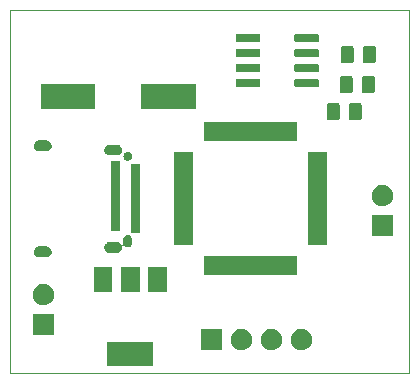
<source format=gbr>
G04 #@! TF.GenerationSoftware,KiCad,Pcbnew,5.1.5-52549c5~84~ubuntu18.04.1*
G04 #@! TF.CreationDate,2020-01-11T02:19:33-08:00*
G04 #@! TF.ProjectId,Programmer,50726f67-7261-46d6-9d65-722e6b696361,rev?*
G04 #@! TF.SameCoordinates,Original*
G04 #@! TF.FileFunction,Soldermask,Top*
G04 #@! TF.FilePolarity,Negative*
%FSLAX46Y46*%
G04 Gerber Fmt 4.6, Leading zero omitted, Abs format (unit mm)*
G04 Created by KiCad (PCBNEW 5.1.5-52549c5~84~ubuntu18.04.1) date 2020-01-11 02:19:33*
%MOMM*%
%LPD*%
G04 APERTURE LIST*
%ADD10C,0.050000*%
%ADD11C,0.100000*%
G04 APERTURE END LIST*
D10*
X115062000Y-75692000D02*
X81280000Y-75692000D01*
X115062000Y-44958000D02*
X115062000Y-75692000D01*
X81280000Y-44958000D02*
X115062000Y-44958000D01*
X81280000Y-75692000D02*
X81280000Y-44958000D01*
D11*
G36*
X93377000Y-75169000D02*
G01*
X89475000Y-75169000D01*
X89475000Y-73067000D01*
X93377000Y-73067000D01*
X93377000Y-75169000D01*
G37*
G36*
X106031512Y-72001927D02*
G01*
X106180812Y-72031624D01*
X106344784Y-72099544D01*
X106492354Y-72198147D01*
X106617853Y-72323646D01*
X106716456Y-72471216D01*
X106784376Y-72635188D01*
X106819000Y-72809259D01*
X106819000Y-72986741D01*
X106784376Y-73160812D01*
X106716456Y-73324784D01*
X106617853Y-73472354D01*
X106492354Y-73597853D01*
X106344784Y-73696456D01*
X106180812Y-73764376D01*
X106031512Y-73794073D01*
X106006742Y-73799000D01*
X105829258Y-73799000D01*
X105804488Y-73794073D01*
X105655188Y-73764376D01*
X105491216Y-73696456D01*
X105343646Y-73597853D01*
X105218147Y-73472354D01*
X105119544Y-73324784D01*
X105051624Y-73160812D01*
X105017000Y-72986741D01*
X105017000Y-72809259D01*
X105051624Y-72635188D01*
X105119544Y-72471216D01*
X105218147Y-72323646D01*
X105343646Y-72198147D01*
X105491216Y-72099544D01*
X105655188Y-72031624D01*
X105804488Y-72001927D01*
X105829258Y-71997000D01*
X106006742Y-71997000D01*
X106031512Y-72001927D01*
G37*
G36*
X103491512Y-72001927D02*
G01*
X103640812Y-72031624D01*
X103804784Y-72099544D01*
X103952354Y-72198147D01*
X104077853Y-72323646D01*
X104176456Y-72471216D01*
X104244376Y-72635188D01*
X104279000Y-72809259D01*
X104279000Y-72986741D01*
X104244376Y-73160812D01*
X104176456Y-73324784D01*
X104077853Y-73472354D01*
X103952354Y-73597853D01*
X103804784Y-73696456D01*
X103640812Y-73764376D01*
X103491512Y-73794073D01*
X103466742Y-73799000D01*
X103289258Y-73799000D01*
X103264488Y-73794073D01*
X103115188Y-73764376D01*
X102951216Y-73696456D01*
X102803646Y-73597853D01*
X102678147Y-73472354D01*
X102579544Y-73324784D01*
X102511624Y-73160812D01*
X102477000Y-72986741D01*
X102477000Y-72809259D01*
X102511624Y-72635188D01*
X102579544Y-72471216D01*
X102678147Y-72323646D01*
X102803646Y-72198147D01*
X102951216Y-72099544D01*
X103115188Y-72031624D01*
X103264488Y-72001927D01*
X103289258Y-71997000D01*
X103466742Y-71997000D01*
X103491512Y-72001927D01*
G37*
G36*
X99199000Y-73799000D02*
G01*
X97397000Y-73799000D01*
X97397000Y-71997000D01*
X99199000Y-71997000D01*
X99199000Y-73799000D01*
G37*
G36*
X100951512Y-72001927D02*
G01*
X101100812Y-72031624D01*
X101264784Y-72099544D01*
X101412354Y-72198147D01*
X101537853Y-72323646D01*
X101636456Y-72471216D01*
X101704376Y-72635188D01*
X101739000Y-72809259D01*
X101739000Y-72986741D01*
X101704376Y-73160812D01*
X101636456Y-73324784D01*
X101537853Y-73472354D01*
X101412354Y-73597853D01*
X101264784Y-73696456D01*
X101100812Y-73764376D01*
X100951512Y-73794073D01*
X100926742Y-73799000D01*
X100749258Y-73799000D01*
X100724488Y-73794073D01*
X100575188Y-73764376D01*
X100411216Y-73696456D01*
X100263646Y-73597853D01*
X100138147Y-73472354D01*
X100039544Y-73324784D01*
X99971624Y-73160812D01*
X99937000Y-72986741D01*
X99937000Y-72809259D01*
X99971624Y-72635188D01*
X100039544Y-72471216D01*
X100138147Y-72323646D01*
X100263646Y-72198147D01*
X100411216Y-72099544D01*
X100575188Y-72031624D01*
X100724488Y-72001927D01*
X100749258Y-71997000D01*
X100926742Y-71997000D01*
X100951512Y-72001927D01*
G37*
G36*
X84975000Y-72529000D02*
G01*
X83173000Y-72529000D01*
X83173000Y-70727000D01*
X84975000Y-70727000D01*
X84975000Y-72529000D01*
G37*
G36*
X84187512Y-68191927D02*
G01*
X84336812Y-68221624D01*
X84500784Y-68289544D01*
X84648354Y-68388147D01*
X84773853Y-68513646D01*
X84872456Y-68661216D01*
X84940376Y-68825188D01*
X84975000Y-68999259D01*
X84975000Y-69176741D01*
X84940376Y-69350812D01*
X84872456Y-69514784D01*
X84773853Y-69662354D01*
X84648354Y-69787853D01*
X84500784Y-69886456D01*
X84336812Y-69954376D01*
X84187512Y-69984073D01*
X84162742Y-69989000D01*
X83985258Y-69989000D01*
X83960488Y-69984073D01*
X83811188Y-69954376D01*
X83647216Y-69886456D01*
X83499646Y-69787853D01*
X83374147Y-69662354D01*
X83275544Y-69514784D01*
X83207624Y-69350812D01*
X83173000Y-69176741D01*
X83173000Y-68999259D01*
X83207624Y-68825188D01*
X83275544Y-68661216D01*
X83374147Y-68513646D01*
X83499646Y-68388147D01*
X83647216Y-68289544D01*
X83811188Y-68221624D01*
X83960488Y-68191927D01*
X83985258Y-68187000D01*
X84162742Y-68187000D01*
X84187512Y-68191927D01*
G37*
G36*
X92227000Y-68869000D02*
G01*
X90625000Y-68869000D01*
X90625000Y-66767000D01*
X92227000Y-66767000D01*
X92227000Y-68869000D01*
G37*
G36*
X89927000Y-68869000D02*
G01*
X88325000Y-68869000D01*
X88325000Y-66767000D01*
X89927000Y-66767000D01*
X89927000Y-68869000D01*
G37*
G36*
X94527000Y-68869000D02*
G01*
X92925000Y-68869000D01*
X92925000Y-66767000D01*
X94527000Y-66767000D01*
X94527000Y-68869000D01*
G37*
G36*
X98020295Y-65810323D02*
G01*
X98027309Y-65812451D01*
X98041077Y-65819810D01*
X98063716Y-65829187D01*
X98087749Y-65833967D01*
X98112253Y-65833967D01*
X98136286Y-65829186D01*
X98158923Y-65819810D01*
X98172691Y-65812451D01*
X98179705Y-65810323D01*
X98193140Y-65809000D01*
X98506860Y-65809000D01*
X98520295Y-65810323D01*
X98527309Y-65812451D01*
X98541077Y-65819810D01*
X98563716Y-65829187D01*
X98587749Y-65833967D01*
X98612253Y-65833967D01*
X98636286Y-65829186D01*
X98658923Y-65819810D01*
X98672691Y-65812451D01*
X98679705Y-65810323D01*
X98693140Y-65809000D01*
X99006860Y-65809000D01*
X99020295Y-65810323D01*
X99027309Y-65812451D01*
X99041077Y-65819810D01*
X99063716Y-65829187D01*
X99087749Y-65833967D01*
X99112253Y-65833967D01*
X99136286Y-65829186D01*
X99158923Y-65819810D01*
X99172691Y-65812451D01*
X99179705Y-65810323D01*
X99193140Y-65809000D01*
X99506860Y-65809000D01*
X99520295Y-65810323D01*
X99527309Y-65812451D01*
X99541077Y-65819810D01*
X99563716Y-65829187D01*
X99587749Y-65833967D01*
X99612253Y-65833967D01*
X99636286Y-65829186D01*
X99658923Y-65819810D01*
X99672691Y-65812451D01*
X99679705Y-65810323D01*
X99693140Y-65809000D01*
X100006860Y-65809000D01*
X100020295Y-65810323D01*
X100027309Y-65812451D01*
X100041077Y-65819810D01*
X100063716Y-65829187D01*
X100087749Y-65833967D01*
X100112253Y-65833967D01*
X100136286Y-65829186D01*
X100158923Y-65819810D01*
X100172691Y-65812451D01*
X100179705Y-65810323D01*
X100193140Y-65809000D01*
X100506860Y-65809000D01*
X100520295Y-65810323D01*
X100527309Y-65812451D01*
X100541077Y-65819810D01*
X100563716Y-65829187D01*
X100587749Y-65833967D01*
X100612253Y-65833967D01*
X100636286Y-65829186D01*
X100658923Y-65819810D01*
X100672691Y-65812451D01*
X100679705Y-65810323D01*
X100693140Y-65809000D01*
X101006860Y-65809000D01*
X101020295Y-65810323D01*
X101027309Y-65812451D01*
X101041077Y-65819810D01*
X101063716Y-65829187D01*
X101087749Y-65833967D01*
X101112253Y-65833967D01*
X101136286Y-65829186D01*
X101158923Y-65819810D01*
X101172691Y-65812451D01*
X101179705Y-65810323D01*
X101193140Y-65809000D01*
X101506860Y-65809000D01*
X101520295Y-65810323D01*
X101527309Y-65812451D01*
X101541077Y-65819810D01*
X101563716Y-65829187D01*
X101587749Y-65833967D01*
X101612253Y-65833967D01*
X101636286Y-65829186D01*
X101658923Y-65819810D01*
X101672691Y-65812451D01*
X101679705Y-65810323D01*
X101693140Y-65809000D01*
X102006860Y-65809000D01*
X102020295Y-65810323D01*
X102027309Y-65812451D01*
X102041077Y-65819810D01*
X102063716Y-65829187D01*
X102087749Y-65833967D01*
X102112253Y-65833967D01*
X102136286Y-65829186D01*
X102158923Y-65819810D01*
X102172691Y-65812451D01*
X102179705Y-65810323D01*
X102193140Y-65809000D01*
X102506860Y-65809000D01*
X102520295Y-65810323D01*
X102527309Y-65812451D01*
X102541077Y-65819810D01*
X102563716Y-65829187D01*
X102587749Y-65833967D01*
X102612253Y-65833967D01*
X102636286Y-65829186D01*
X102658923Y-65819810D01*
X102672691Y-65812451D01*
X102679705Y-65810323D01*
X102693140Y-65809000D01*
X103006860Y-65809000D01*
X103020295Y-65810323D01*
X103027309Y-65812451D01*
X103041077Y-65819810D01*
X103063716Y-65829187D01*
X103087749Y-65833967D01*
X103112253Y-65833967D01*
X103136286Y-65829186D01*
X103158923Y-65819810D01*
X103172691Y-65812451D01*
X103179705Y-65810323D01*
X103193140Y-65809000D01*
X103506860Y-65809000D01*
X103520295Y-65810323D01*
X103527309Y-65812451D01*
X103541077Y-65819810D01*
X103563716Y-65829187D01*
X103587749Y-65833967D01*
X103612253Y-65833967D01*
X103636286Y-65829186D01*
X103658923Y-65819810D01*
X103672691Y-65812451D01*
X103679705Y-65810323D01*
X103693140Y-65809000D01*
X104006860Y-65809000D01*
X104020295Y-65810323D01*
X104027309Y-65812451D01*
X104041077Y-65819810D01*
X104063716Y-65829187D01*
X104087749Y-65833967D01*
X104112253Y-65833967D01*
X104136286Y-65829186D01*
X104158923Y-65819810D01*
X104172691Y-65812451D01*
X104179705Y-65810323D01*
X104193140Y-65809000D01*
X104506860Y-65809000D01*
X104520295Y-65810323D01*
X104527309Y-65812451D01*
X104541077Y-65819810D01*
X104563716Y-65829187D01*
X104587749Y-65833967D01*
X104612253Y-65833967D01*
X104636286Y-65829186D01*
X104658923Y-65819810D01*
X104672691Y-65812451D01*
X104679705Y-65810323D01*
X104693140Y-65809000D01*
X105006860Y-65809000D01*
X105020295Y-65810323D01*
X105027309Y-65812451D01*
X105041077Y-65819810D01*
X105063716Y-65829187D01*
X105087749Y-65833967D01*
X105112253Y-65833967D01*
X105136286Y-65829186D01*
X105158923Y-65819810D01*
X105172691Y-65812451D01*
X105179705Y-65810323D01*
X105193140Y-65809000D01*
X105506860Y-65809000D01*
X105520295Y-65810323D01*
X105527310Y-65812451D01*
X105533776Y-65815908D01*
X105539442Y-65820558D01*
X105544092Y-65826224D01*
X105547549Y-65832690D01*
X105549677Y-65839705D01*
X105551000Y-65853140D01*
X105551000Y-67416860D01*
X105549677Y-67430295D01*
X105547549Y-67437310D01*
X105544092Y-67443776D01*
X105539442Y-67449442D01*
X105533776Y-67454092D01*
X105527310Y-67457549D01*
X105520295Y-67459677D01*
X105506860Y-67461000D01*
X105193140Y-67461000D01*
X105179705Y-67459677D01*
X105172691Y-67457549D01*
X105158923Y-67450190D01*
X105136284Y-67440813D01*
X105112251Y-67436033D01*
X105087747Y-67436033D01*
X105063714Y-67440814D01*
X105041077Y-67450190D01*
X105027309Y-67457549D01*
X105020295Y-67459677D01*
X105006860Y-67461000D01*
X104693140Y-67461000D01*
X104679705Y-67459677D01*
X104672691Y-67457549D01*
X104658923Y-67450190D01*
X104636284Y-67440813D01*
X104612251Y-67436033D01*
X104587747Y-67436033D01*
X104563714Y-67440814D01*
X104541077Y-67450190D01*
X104527309Y-67457549D01*
X104520295Y-67459677D01*
X104506860Y-67461000D01*
X104193140Y-67461000D01*
X104179705Y-67459677D01*
X104172691Y-67457549D01*
X104158923Y-67450190D01*
X104136284Y-67440813D01*
X104112251Y-67436033D01*
X104087747Y-67436033D01*
X104063714Y-67440814D01*
X104041077Y-67450190D01*
X104027309Y-67457549D01*
X104020295Y-67459677D01*
X104006860Y-67461000D01*
X103693140Y-67461000D01*
X103679705Y-67459677D01*
X103672691Y-67457549D01*
X103658923Y-67450190D01*
X103636284Y-67440813D01*
X103612251Y-67436033D01*
X103587747Y-67436033D01*
X103563714Y-67440814D01*
X103541077Y-67450190D01*
X103527309Y-67457549D01*
X103520295Y-67459677D01*
X103506860Y-67461000D01*
X103193140Y-67461000D01*
X103179705Y-67459677D01*
X103172691Y-67457549D01*
X103158923Y-67450190D01*
X103136284Y-67440813D01*
X103112251Y-67436033D01*
X103087747Y-67436033D01*
X103063714Y-67440814D01*
X103041077Y-67450190D01*
X103027309Y-67457549D01*
X103020295Y-67459677D01*
X103006860Y-67461000D01*
X102693140Y-67461000D01*
X102679705Y-67459677D01*
X102672691Y-67457549D01*
X102658923Y-67450190D01*
X102636284Y-67440813D01*
X102612251Y-67436033D01*
X102587747Y-67436033D01*
X102563714Y-67440814D01*
X102541077Y-67450190D01*
X102527309Y-67457549D01*
X102520295Y-67459677D01*
X102506860Y-67461000D01*
X102193140Y-67461000D01*
X102179705Y-67459677D01*
X102172691Y-67457549D01*
X102158923Y-67450190D01*
X102136284Y-67440813D01*
X102112251Y-67436033D01*
X102087747Y-67436033D01*
X102063714Y-67440814D01*
X102041077Y-67450190D01*
X102027309Y-67457549D01*
X102020295Y-67459677D01*
X102006860Y-67461000D01*
X101693140Y-67461000D01*
X101679705Y-67459677D01*
X101672691Y-67457549D01*
X101658923Y-67450190D01*
X101636284Y-67440813D01*
X101612251Y-67436033D01*
X101587747Y-67436033D01*
X101563714Y-67440814D01*
X101541077Y-67450190D01*
X101527309Y-67457549D01*
X101520295Y-67459677D01*
X101506860Y-67461000D01*
X101193140Y-67461000D01*
X101179705Y-67459677D01*
X101172691Y-67457549D01*
X101158923Y-67450190D01*
X101136284Y-67440813D01*
X101112251Y-67436033D01*
X101087747Y-67436033D01*
X101063714Y-67440814D01*
X101041077Y-67450190D01*
X101027309Y-67457549D01*
X101020295Y-67459677D01*
X101006860Y-67461000D01*
X100693140Y-67461000D01*
X100679705Y-67459677D01*
X100672691Y-67457549D01*
X100658923Y-67450190D01*
X100636284Y-67440813D01*
X100612251Y-67436033D01*
X100587747Y-67436033D01*
X100563714Y-67440814D01*
X100541077Y-67450190D01*
X100527309Y-67457549D01*
X100520295Y-67459677D01*
X100506860Y-67461000D01*
X100193140Y-67461000D01*
X100179705Y-67459677D01*
X100172691Y-67457549D01*
X100158923Y-67450190D01*
X100136284Y-67440813D01*
X100112251Y-67436033D01*
X100087747Y-67436033D01*
X100063714Y-67440814D01*
X100041077Y-67450190D01*
X100027309Y-67457549D01*
X100020295Y-67459677D01*
X100006860Y-67461000D01*
X99693140Y-67461000D01*
X99679705Y-67459677D01*
X99672691Y-67457549D01*
X99658923Y-67450190D01*
X99636284Y-67440813D01*
X99612251Y-67436033D01*
X99587747Y-67436033D01*
X99563714Y-67440814D01*
X99541077Y-67450190D01*
X99527309Y-67457549D01*
X99520295Y-67459677D01*
X99506860Y-67461000D01*
X99193140Y-67461000D01*
X99179705Y-67459677D01*
X99172691Y-67457549D01*
X99158923Y-67450190D01*
X99136284Y-67440813D01*
X99112251Y-67436033D01*
X99087747Y-67436033D01*
X99063714Y-67440814D01*
X99041077Y-67450190D01*
X99027309Y-67457549D01*
X99020295Y-67459677D01*
X99006860Y-67461000D01*
X98693140Y-67461000D01*
X98679705Y-67459677D01*
X98672691Y-67457549D01*
X98658923Y-67450190D01*
X98636284Y-67440813D01*
X98612251Y-67436033D01*
X98587747Y-67436033D01*
X98563714Y-67440814D01*
X98541077Y-67450190D01*
X98527309Y-67457549D01*
X98520295Y-67459677D01*
X98506860Y-67461000D01*
X98193140Y-67461000D01*
X98179705Y-67459677D01*
X98172691Y-67457549D01*
X98158923Y-67450190D01*
X98136284Y-67440813D01*
X98112251Y-67436033D01*
X98087747Y-67436033D01*
X98063714Y-67440814D01*
X98041077Y-67450190D01*
X98027309Y-67457549D01*
X98020295Y-67459677D01*
X98006860Y-67461000D01*
X97693140Y-67461000D01*
X97679705Y-67459677D01*
X97672690Y-67457549D01*
X97666224Y-67454092D01*
X97660558Y-67449442D01*
X97655908Y-67443776D01*
X97652451Y-67437310D01*
X97650323Y-67430295D01*
X97649000Y-67416860D01*
X97649000Y-65853140D01*
X97650323Y-65839705D01*
X97652451Y-65832690D01*
X97655908Y-65826224D01*
X97660558Y-65820558D01*
X97666224Y-65815908D01*
X97672690Y-65812451D01*
X97679705Y-65810323D01*
X97693140Y-65809000D01*
X98006860Y-65809000D01*
X98020295Y-65810323D01*
G37*
G36*
X84416410Y-65005525D02*
G01*
X84501426Y-65031314D01*
X84579775Y-65073193D01*
X84648449Y-65129551D01*
X84704807Y-65198225D01*
X84746686Y-65276574D01*
X84772475Y-65361590D01*
X84781182Y-65450000D01*
X84772475Y-65538410D01*
X84746686Y-65623426D01*
X84704807Y-65701775D01*
X84648449Y-65770449D01*
X84579775Y-65826807D01*
X84501426Y-65868686D01*
X84416410Y-65894475D01*
X84350158Y-65901000D01*
X83705842Y-65901000D01*
X83639590Y-65894475D01*
X83554574Y-65868686D01*
X83476225Y-65826807D01*
X83407551Y-65770449D01*
X83351193Y-65701775D01*
X83309314Y-65623426D01*
X83283525Y-65538410D01*
X83274818Y-65450000D01*
X83283525Y-65361590D01*
X83309314Y-65276574D01*
X83351193Y-65198225D01*
X83407551Y-65129551D01*
X83476225Y-65073193D01*
X83554574Y-65031314D01*
X83639590Y-65005525D01*
X83705842Y-64999000D01*
X84350158Y-64999000D01*
X84416410Y-65005525D01*
G37*
G36*
X91437009Y-64035999D02*
G01*
X91439411Y-64060385D01*
X91446524Y-64083834D01*
X91458075Y-64105445D01*
X91473620Y-64124387D01*
X91482710Y-64132625D01*
X91495159Y-64142841D01*
X91542146Y-64200096D01*
X91577058Y-64265411D01*
X91598560Y-64336294D01*
X91604000Y-64391529D01*
X91604000Y-64728472D01*
X91598560Y-64783710D01*
X91577060Y-64854585D01*
X91542146Y-64919904D01*
X91495159Y-64977159D01*
X91437906Y-65024145D01*
X91372583Y-65059060D01*
X91301709Y-65080560D01*
X91228000Y-65087819D01*
X91154290Y-65080560D01*
X91083415Y-65059060D01*
X91018096Y-65024146D01*
X90960842Y-64977159D01*
X90948645Y-64962297D01*
X90931318Y-64944970D01*
X90910944Y-64931356D01*
X90888305Y-64921979D01*
X90864272Y-64917198D01*
X90839768Y-64917198D01*
X90815735Y-64921978D01*
X90793096Y-64931355D01*
X90772721Y-64944969D01*
X90755394Y-64962296D01*
X90741780Y-64982670D01*
X90732403Y-65005309D01*
X90727622Y-65029342D01*
X90727622Y-65053846D01*
X90731182Y-65089999D01*
X90722475Y-65178410D01*
X90696686Y-65263426D01*
X90654807Y-65341775D01*
X90598449Y-65410449D01*
X90529775Y-65466807D01*
X90451426Y-65508686D01*
X90366410Y-65534475D01*
X90300158Y-65541000D01*
X89655842Y-65541000D01*
X89589590Y-65534475D01*
X89504574Y-65508686D01*
X89426225Y-65466807D01*
X89357551Y-65410449D01*
X89301193Y-65341775D01*
X89259314Y-65263426D01*
X89233525Y-65178410D01*
X89224818Y-65090000D01*
X89233525Y-65001590D01*
X89259314Y-64916574D01*
X89301193Y-64838225D01*
X89357551Y-64769551D01*
X89426225Y-64713193D01*
X89504574Y-64671314D01*
X89589590Y-64645525D01*
X89655842Y-64639000D01*
X90300158Y-64639000D01*
X90366410Y-64645525D01*
X90451426Y-64671314D01*
X90529775Y-64713193D01*
X90598449Y-64769552D01*
X90630375Y-64808454D01*
X90647702Y-64825781D01*
X90668077Y-64839395D01*
X90690715Y-64848772D01*
X90714749Y-64853553D01*
X90739253Y-64853553D01*
X90763286Y-64848773D01*
X90785925Y-64839395D01*
X90806299Y-64825782D01*
X90823626Y-64808455D01*
X90837240Y-64788080D01*
X90846617Y-64765442D01*
X90851398Y-64741408D01*
X90852000Y-64729156D01*
X90852000Y-64391528D01*
X90857440Y-64336292D01*
X90868191Y-64300853D01*
X90878941Y-64265415D01*
X90913856Y-64200095D01*
X90960842Y-64142841D01*
X91018097Y-64095854D01*
X91083416Y-64060940D01*
X91154291Y-64039440D01*
X91228000Y-64032181D01*
X91301707Y-64039440D01*
X91325716Y-64046723D01*
X91349750Y-64051503D01*
X91374254Y-64051503D01*
X91398287Y-64046722D01*
X91420926Y-64037345D01*
X91438000Y-64025936D01*
X91437009Y-64035999D01*
G37*
G36*
X108070295Y-57010323D02*
G01*
X108077310Y-57012451D01*
X108083776Y-57015908D01*
X108089442Y-57020558D01*
X108094092Y-57026224D01*
X108097549Y-57032690D01*
X108099677Y-57039705D01*
X108101000Y-57053140D01*
X108101000Y-57366860D01*
X108099677Y-57380295D01*
X108097549Y-57387309D01*
X108090190Y-57401077D01*
X108080813Y-57423716D01*
X108076033Y-57447749D01*
X108076033Y-57472253D01*
X108080814Y-57496286D01*
X108090190Y-57518923D01*
X108097549Y-57532691D01*
X108099677Y-57539705D01*
X108101000Y-57553140D01*
X108101000Y-57866860D01*
X108099677Y-57880295D01*
X108097549Y-57887309D01*
X108090190Y-57901077D01*
X108080813Y-57923716D01*
X108076033Y-57947749D01*
X108076033Y-57972253D01*
X108080814Y-57996286D01*
X108090190Y-58018923D01*
X108097549Y-58032691D01*
X108099677Y-58039705D01*
X108101000Y-58053140D01*
X108101000Y-58366860D01*
X108099677Y-58380295D01*
X108097549Y-58387309D01*
X108090190Y-58401077D01*
X108080813Y-58423716D01*
X108076033Y-58447749D01*
X108076033Y-58472253D01*
X108080814Y-58496286D01*
X108090190Y-58518923D01*
X108097549Y-58532691D01*
X108099677Y-58539705D01*
X108101000Y-58553140D01*
X108101000Y-58866860D01*
X108099677Y-58880295D01*
X108097549Y-58887309D01*
X108090190Y-58901077D01*
X108080813Y-58923716D01*
X108076033Y-58947749D01*
X108076033Y-58972253D01*
X108080814Y-58996286D01*
X108090190Y-59018923D01*
X108097549Y-59032691D01*
X108099677Y-59039705D01*
X108101000Y-59053140D01*
X108101000Y-59366860D01*
X108099677Y-59380295D01*
X108097549Y-59387309D01*
X108090190Y-59401077D01*
X108080813Y-59423716D01*
X108076033Y-59447749D01*
X108076033Y-59472253D01*
X108080814Y-59496286D01*
X108090190Y-59518923D01*
X108097549Y-59532691D01*
X108099677Y-59539705D01*
X108101000Y-59553140D01*
X108101000Y-59866860D01*
X108099677Y-59880295D01*
X108097549Y-59887309D01*
X108090190Y-59901077D01*
X108080813Y-59923716D01*
X108076033Y-59947749D01*
X108076033Y-59972253D01*
X108080814Y-59996286D01*
X108090190Y-60018923D01*
X108097549Y-60032691D01*
X108099677Y-60039705D01*
X108101000Y-60053140D01*
X108101000Y-60366860D01*
X108099677Y-60380295D01*
X108097549Y-60387309D01*
X108090190Y-60401077D01*
X108080813Y-60423716D01*
X108076033Y-60447749D01*
X108076033Y-60472253D01*
X108080814Y-60496286D01*
X108090190Y-60518923D01*
X108097549Y-60532691D01*
X108099677Y-60539705D01*
X108101000Y-60553140D01*
X108101000Y-60866860D01*
X108099677Y-60880295D01*
X108097549Y-60887309D01*
X108090190Y-60901077D01*
X108080813Y-60923716D01*
X108076033Y-60947749D01*
X108076033Y-60972253D01*
X108080814Y-60996286D01*
X108090190Y-61018923D01*
X108097549Y-61032691D01*
X108099677Y-61039705D01*
X108101000Y-61053140D01*
X108101000Y-61366860D01*
X108099677Y-61380295D01*
X108097549Y-61387309D01*
X108090190Y-61401077D01*
X108080813Y-61423716D01*
X108076033Y-61447749D01*
X108076033Y-61472253D01*
X108080814Y-61496286D01*
X108090190Y-61518923D01*
X108097549Y-61532691D01*
X108099677Y-61539705D01*
X108101000Y-61553140D01*
X108101000Y-61866860D01*
X108099677Y-61880295D01*
X108097549Y-61887309D01*
X108090190Y-61901077D01*
X108080813Y-61923716D01*
X108076033Y-61947749D01*
X108076033Y-61972253D01*
X108080814Y-61996286D01*
X108090190Y-62018923D01*
X108097549Y-62032691D01*
X108099677Y-62039705D01*
X108101000Y-62053140D01*
X108101000Y-62366860D01*
X108099677Y-62380295D01*
X108097549Y-62387309D01*
X108090190Y-62401077D01*
X108080813Y-62423716D01*
X108076033Y-62447749D01*
X108076033Y-62472253D01*
X108080814Y-62496286D01*
X108090190Y-62518923D01*
X108097549Y-62532691D01*
X108099677Y-62539705D01*
X108101000Y-62553140D01*
X108101000Y-62866860D01*
X108099677Y-62880295D01*
X108097549Y-62887309D01*
X108090190Y-62901077D01*
X108080813Y-62923716D01*
X108076033Y-62947749D01*
X108076033Y-62972253D01*
X108080814Y-62996286D01*
X108090190Y-63018923D01*
X108097549Y-63032691D01*
X108099677Y-63039705D01*
X108101000Y-63053140D01*
X108101000Y-63366860D01*
X108099677Y-63380295D01*
X108097549Y-63387309D01*
X108090190Y-63401077D01*
X108080813Y-63423716D01*
X108076033Y-63447749D01*
X108076033Y-63472253D01*
X108080814Y-63496286D01*
X108090190Y-63518923D01*
X108097549Y-63532691D01*
X108099677Y-63539705D01*
X108101000Y-63553140D01*
X108101000Y-63866860D01*
X108099677Y-63880295D01*
X108097549Y-63887309D01*
X108090190Y-63901077D01*
X108080813Y-63923716D01*
X108076033Y-63947749D01*
X108076033Y-63972253D01*
X108080814Y-63996286D01*
X108090190Y-64018923D01*
X108097549Y-64032691D01*
X108099677Y-64039705D01*
X108101000Y-64053140D01*
X108101000Y-64366860D01*
X108099677Y-64380295D01*
X108097549Y-64387309D01*
X108090190Y-64401077D01*
X108080813Y-64423716D01*
X108076033Y-64447749D01*
X108076033Y-64472253D01*
X108080814Y-64496286D01*
X108090190Y-64518923D01*
X108097549Y-64532691D01*
X108099677Y-64539705D01*
X108101000Y-64553140D01*
X108101000Y-64866860D01*
X108099677Y-64880295D01*
X108097549Y-64887310D01*
X108094092Y-64893776D01*
X108089442Y-64899442D01*
X108083776Y-64904092D01*
X108077310Y-64907549D01*
X108070295Y-64909677D01*
X108056860Y-64911000D01*
X106493140Y-64911000D01*
X106479705Y-64909677D01*
X106472690Y-64907549D01*
X106466224Y-64904092D01*
X106460558Y-64899442D01*
X106455908Y-64893776D01*
X106452451Y-64887310D01*
X106450323Y-64880295D01*
X106449000Y-64866860D01*
X106449000Y-64553140D01*
X106450323Y-64539705D01*
X106452451Y-64532691D01*
X106459810Y-64518923D01*
X106469187Y-64496284D01*
X106473967Y-64472251D01*
X106473967Y-64447747D01*
X106469186Y-64423714D01*
X106459810Y-64401077D01*
X106452451Y-64387309D01*
X106450323Y-64380295D01*
X106449000Y-64366860D01*
X106449000Y-64053140D01*
X106450323Y-64039705D01*
X106452451Y-64032691D01*
X106459810Y-64018923D01*
X106469187Y-63996284D01*
X106473967Y-63972251D01*
X106473967Y-63947747D01*
X106469186Y-63923714D01*
X106459810Y-63901077D01*
X106452451Y-63887309D01*
X106450323Y-63880295D01*
X106449000Y-63866860D01*
X106449000Y-63553140D01*
X106450323Y-63539705D01*
X106452451Y-63532691D01*
X106459810Y-63518923D01*
X106469187Y-63496284D01*
X106473967Y-63472251D01*
X106473967Y-63447747D01*
X106469186Y-63423714D01*
X106459810Y-63401077D01*
X106452451Y-63387309D01*
X106450323Y-63380295D01*
X106449000Y-63366860D01*
X106449000Y-63053140D01*
X106450323Y-63039705D01*
X106452451Y-63032691D01*
X106459810Y-63018923D01*
X106469187Y-62996284D01*
X106473967Y-62972251D01*
X106473967Y-62947747D01*
X106469186Y-62923714D01*
X106459810Y-62901077D01*
X106452451Y-62887309D01*
X106450323Y-62880295D01*
X106449000Y-62866860D01*
X106449000Y-62553140D01*
X106450323Y-62539705D01*
X106452451Y-62532691D01*
X106459810Y-62518923D01*
X106469187Y-62496284D01*
X106473967Y-62472251D01*
X106473967Y-62447747D01*
X106469186Y-62423714D01*
X106459810Y-62401077D01*
X106452451Y-62387309D01*
X106450323Y-62380295D01*
X106449000Y-62366860D01*
X106449000Y-62053140D01*
X106450323Y-62039705D01*
X106452451Y-62032691D01*
X106459810Y-62018923D01*
X106469187Y-61996284D01*
X106473967Y-61972251D01*
X106473967Y-61947747D01*
X106469186Y-61923714D01*
X106459810Y-61901077D01*
X106452451Y-61887309D01*
X106450323Y-61880295D01*
X106449000Y-61866860D01*
X106449000Y-61553140D01*
X106450323Y-61539705D01*
X106452451Y-61532691D01*
X106459810Y-61518923D01*
X106469187Y-61496284D01*
X106473967Y-61472251D01*
X106473967Y-61447747D01*
X106469186Y-61423714D01*
X106459810Y-61401077D01*
X106452451Y-61387309D01*
X106450323Y-61380295D01*
X106449000Y-61366860D01*
X106449000Y-61053140D01*
X106450323Y-61039705D01*
X106452451Y-61032691D01*
X106459810Y-61018923D01*
X106469187Y-60996284D01*
X106473967Y-60972251D01*
X106473967Y-60947747D01*
X106469186Y-60923714D01*
X106459810Y-60901077D01*
X106452451Y-60887309D01*
X106450323Y-60880295D01*
X106449000Y-60866860D01*
X106449000Y-60553140D01*
X106450323Y-60539705D01*
X106452451Y-60532691D01*
X106459810Y-60518923D01*
X106469187Y-60496284D01*
X106473967Y-60472251D01*
X106473967Y-60447747D01*
X106469186Y-60423714D01*
X106459810Y-60401077D01*
X106452451Y-60387309D01*
X106450323Y-60380295D01*
X106449000Y-60366860D01*
X106449000Y-60053140D01*
X106450323Y-60039705D01*
X106452451Y-60032691D01*
X106459810Y-60018923D01*
X106469187Y-59996284D01*
X106473967Y-59972251D01*
X106473967Y-59947747D01*
X106469186Y-59923714D01*
X106459810Y-59901077D01*
X106452451Y-59887309D01*
X106450323Y-59880295D01*
X106449000Y-59866860D01*
X106449000Y-59553140D01*
X106450323Y-59539705D01*
X106452451Y-59532691D01*
X106459810Y-59518923D01*
X106469187Y-59496284D01*
X106473967Y-59472251D01*
X106473967Y-59447747D01*
X106469186Y-59423714D01*
X106459810Y-59401077D01*
X106452451Y-59387309D01*
X106450323Y-59380295D01*
X106449000Y-59366860D01*
X106449000Y-59053140D01*
X106450323Y-59039705D01*
X106452451Y-59032691D01*
X106459810Y-59018923D01*
X106469187Y-58996284D01*
X106473967Y-58972251D01*
X106473967Y-58947747D01*
X106469186Y-58923714D01*
X106459810Y-58901077D01*
X106452451Y-58887309D01*
X106450323Y-58880295D01*
X106449000Y-58866860D01*
X106449000Y-58553140D01*
X106450323Y-58539705D01*
X106452451Y-58532691D01*
X106459810Y-58518923D01*
X106469187Y-58496284D01*
X106473967Y-58472251D01*
X106473967Y-58447747D01*
X106469186Y-58423714D01*
X106459810Y-58401077D01*
X106452451Y-58387309D01*
X106450323Y-58380295D01*
X106449000Y-58366860D01*
X106449000Y-58053140D01*
X106450323Y-58039705D01*
X106452451Y-58032691D01*
X106459810Y-58018923D01*
X106469187Y-57996284D01*
X106473967Y-57972251D01*
X106473967Y-57947747D01*
X106469186Y-57923714D01*
X106459810Y-57901077D01*
X106452451Y-57887309D01*
X106450323Y-57880295D01*
X106449000Y-57866860D01*
X106449000Y-57553140D01*
X106450323Y-57539705D01*
X106452451Y-57532691D01*
X106459810Y-57518923D01*
X106469187Y-57496284D01*
X106473967Y-57472251D01*
X106473967Y-57447747D01*
X106469186Y-57423714D01*
X106459810Y-57401077D01*
X106452451Y-57387309D01*
X106450323Y-57380295D01*
X106449000Y-57366860D01*
X106449000Y-57053140D01*
X106450323Y-57039705D01*
X106452451Y-57032690D01*
X106455908Y-57026224D01*
X106460558Y-57020558D01*
X106466224Y-57015908D01*
X106472690Y-57012451D01*
X106479705Y-57010323D01*
X106493140Y-57009000D01*
X108056860Y-57009000D01*
X108070295Y-57010323D01*
G37*
G36*
X96720295Y-57010323D02*
G01*
X96727310Y-57012451D01*
X96733776Y-57015908D01*
X96739442Y-57020558D01*
X96744092Y-57026224D01*
X96747549Y-57032690D01*
X96749677Y-57039705D01*
X96751000Y-57053140D01*
X96751000Y-57366860D01*
X96749677Y-57380295D01*
X96747549Y-57387309D01*
X96740190Y-57401077D01*
X96730813Y-57423716D01*
X96726033Y-57447749D01*
X96726033Y-57472253D01*
X96730814Y-57496286D01*
X96740190Y-57518923D01*
X96747549Y-57532691D01*
X96749677Y-57539705D01*
X96751000Y-57553140D01*
X96751000Y-57866860D01*
X96749677Y-57880295D01*
X96747549Y-57887309D01*
X96740190Y-57901077D01*
X96730813Y-57923716D01*
X96726033Y-57947749D01*
X96726033Y-57972253D01*
X96730814Y-57996286D01*
X96740190Y-58018923D01*
X96747549Y-58032691D01*
X96749677Y-58039705D01*
X96751000Y-58053140D01*
X96751000Y-58366860D01*
X96749677Y-58380295D01*
X96747549Y-58387309D01*
X96740190Y-58401077D01*
X96730813Y-58423716D01*
X96726033Y-58447749D01*
X96726033Y-58472253D01*
X96730814Y-58496286D01*
X96740190Y-58518923D01*
X96747549Y-58532691D01*
X96749677Y-58539705D01*
X96751000Y-58553140D01*
X96751000Y-58866860D01*
X96749677Y-58880295D01*
X96747549Y-58887309D01*
X96740190Y-58901077D01*
X96730813Y-58923716D01*
X96726033Y-58947749D01*
X96726033Y-58972253D01*
X96730814Y-58996286D01*
X96740190Y-59018923D01*
X96747549Y-59032691D01*
X96749677Y-59039705D01*
X96751000Y-59053140D01*
X96751000Y-59366860D01*
X96749677Y-59380295D01*
X96747549Y-59387309D01*
X96740190Y-59401077D01*
X96730813Y-59423716D01*
X96726033Y-59447749D01*
X96726033Y-59472253D01*
X96730814Y-59496286D01*
X96740190Y-59518923D01*
X96747549Y-59532691D01*
X96749677Y-59539705D01*
X96751000Y-59553140D01*
X96751000Y-59866860D01*
X96749677Y-59880295D01*
X96747549Y-59887309D01*
X96740190Y-59901077D01*
X96730813Y-59923716D01*
X96726033Y-59947749D01*
X96726033Y-59972253D01*
X96730814Y-59996286D01*
X96740190Y-60018923D01*
X96747549Y-60032691D01*
X96749677Y-60039705D01*
X96751000Y-60053140D01*
X96751000Y-60366860D01*
X96749677Y-60380295D01*
X96747549Y-60387309D01*
X96740190Y-60401077D01*
X96730813Y-60423716D01*
X96726033Y-60447749D01*
X96726033Y-60472253D01*
X96730814Y-60496286D01*
X96740190Y-60518923D01*
X96747549Y-60532691D01*
X96749677Y-60539705D01*
X96751000Y-60553140D01*
X96751000Y-60866860D01*
X96749677Y-60880295D01*
X96747549Y-60887309D01*
X96740190Y-60901077D01*
X96730813Y-60923716D01*
X96726033Y-60947749D01*
X96726033Y-60972253D01*
X96730814Y-60996286D01*
X96740190Y-61018923D01*
X96747549Y-61032691D01*
X96749677Y-61039705D01*
X96751000Y-61053140D01*
X96751000Y-61366860D01*
X96749677Y-61380295D01*
X96747549Y-61387309D01*
X96740190Y-61401077D01*
X96730813Y-61423716D01*
X96726033Y-61447749D01*
X96726033Y-61472253D01*
X96730814Y-61496286D01*
X96740190Y-61518923D01*
X96747549Y-61532691D01*
X96749677Y-61539705D01*
X96751000Y-61553140D01*
X96751000Y-61866860D01*
X96749677Y-61880295D01*
X96747549Y-61887309D01*
X96740190Y-61901077D01*
X96730813Y-61923716D01*
X96726033Y-61947749D01*
X96726033Y-61972253D01*
X96730814Y-61996286D01*
X96740190Y-62018923D01*
X96747549Y-62032691D01*
X96749677Y-62039705D01*
X96751000Y-62053140D01*
X96751000Y-62366860D01*
X96749677Y-62380295D01*
X96747549Y-62387309D01*
X96740190Y-62401077D01*
X96730813Y-62423716D01*
X96726033Y-62447749D01*
X96726033Y-62472253D01*
X96730814Y-62496286D01*
X96740190Y-62518923D01*
X96747549Y-62532691D01*
X96749677Y-62539705D01*
X96751000Y-62553140D01*
X96751000Y-62866860D01*
X96749677Y-62880295D01*
X96747549Y-62887309D01*
X96740190Y-62901077D01*
X96730813Y-62923716D01*
X96726033Y-62947749D01*
X96726033Y-62972253D01*
X96730814Y-62996286D01*
X96740190Y-63018923D01*
X96747549Y-63032691D01*
X96749677Y-63039705D01*
X96751000Y-63053140D01*
X96751000Y-63366860D01*
X96749677Y-63380295D01*
X96747549Y-63387309D01*
X96740190Y-63401077D01*
X96730813Y-63423716D01*
X96726033Y-63447749D01*
X96726033Y-63472253D01*
X96730814Y-63496286D01*
X96740190Y-63518923D01*
X96747549Y-63532691D01*
X96749677Y-63539705D01*
X96751000Y-63553140D01*
X96751000Y-63866860D01*
X96749677Y-63880295D01*
X96747549Y-63887309D01*
X96740190Y-63901077D01*
X96730813Y-63923716D01*
X96726033Y-63947749D01*
X96726033Y-63972253D01*
X96730814Y-63996286D01*
X96740190Y-64018923D01*
X96747549Y-64032691D01*
X96749677Y-64039705D01*
X96751000Y-64053140D01*
X96751000Y-64366860D01*
X96749677Y-64380295D01*
X96747549Y-64387309D01*
X96740190Y-64401077D01*
X96730813Y-64423716D01*
X96726033Y-64447749D01*
X96726033Y-64472253D01*
X96730814Y-64496286D01*
X96740190Y-64518923D01*
X96747549Y-64532691D01*
X96749677Y-64539705D01*
X96751000Y-64553140D01*
X96751000Y-64866860D01*
X96749677Y-64880295D01*
X96747549Y-64887310D01*
X96744092Y-64893776D01*
X96739442Y-64899442D01*
X96733776Y-64904092D01*
X96727310Y-64907549D01*
X96720295Y-64909677D01*
X96706860Y-64911000D01*
X95143140Y-64911000D01*
X95129705Y-64909677D01*
X95122690Y-64907549D01*
X95116224Y-64904092D01*
X95110558Y-64899442D01*
X95105908Y-64893776D01*
X95102451Y-64887310D01*
X95100323Y-64880295D01*
X95099000Y-64866860D01*
X95099000Y-64553140D01*
X95100323Y-64539705D01*
X95102451Y-64532691D01*
X95109810Y-64518923D01*
X95119187Y-64496284D01*
X95123967Y-64472251D01*
X95123967Y-64447747D01*
X95119186Y-64423714D01*
X95109810Y-64401077D01*
X95102451Y-64387309D01*
X95100323Y-64380295D01*
X95099000Y-64366860D01*
X95099000Y-64053140D01*
X95100323Y-64039705D01*
X95102451Y-64032691D01*
X95109810Y-64018923D01*
X95119187Y-63996284D01*
X95123967Y-63972251D01*
X95123967Y-63947747D01*
X95119186Y-63923714D01*
X95109810Y-63901077D01*
X95102451Y-63887309D01*
X95100323Y-63880295D01*
X95099000Y-63866860D01*
X95099000Y-63553140D01*
X95100323Y-63539705D01*
X95102451Y-63532691D01*
X95109810Y-63518923D01*
X95119187Y-63496284D01*
X95123967Y-63472251D01*
X95123967Y-63447747D01*
X95119186Y-63423714D01*
X95109810Y-63401077D01*
X95102451Y-63387309D01*
X95100323Y-63380295D01*
X95099000Y-63366860D01*
X95099000Y-63053140D01*
X95100323Y-63039705D01*
X95102451Y-63032691D01*
X95109810Y-63018923D01*
X95119187Y-62996284D01*
X95123967Y-62972251D01*
X95123967Y-62947747D01*
X95119186Y-62923714D01*
X95109810Y-62901077D01*
X95102451Y-62887309D01*
X95100323Y-62880295D01*
X95099000Y-62866860D01*
X95099000Y-62553140D01*
X95100323Y-62539705D01*
X95102451Y-62532691D01*
X95109810Y-62518923D01*
X95119187Y-62496284D01*
X95123967Y-62472251D01*
X95123967Y-62447747D01*
X95119186Y-62423714D01*
X95109810Y-62401077D01*
X95102451Y-62387309D01*
X95100323Y-62380295D01*
X95099000Y-62366860D01*
X95099000Y-62053140D01*
X95100323Y-62039705D01*
X95102451Y-62032691D01*
X95109810Y-62018923D01*
X95119187Y-61996284D01*
X95123967Y-61972251D01*
X95123967Y-61947747D01*
X95119186Y-61923714D01*
X95109810Y-61901077D01*
X95102451Y-61887309D01*
X95100323Y-61880295D01*
X95099000Y-61866860D01*
X95099000Y-61553140D01*
X95100323Y-61539705D01*
X95102451Y-61532691D01*
X95109810Y-61518923D01*
X95119187Y-61496284D01*
X95123967Y-61472251D01*
X95123967Y-61447747D01*
X95119186Y-61423714D01*
X95109810Y-61401077D01*
X95102451Y-61387309D01*
X95100323Y-61380295D01*
X95099000Y-61366860D01*
X95099000Y-61053140D01*
X95100323Y-61039705D01*
X95102451Y-61032691D01*
X95109810Y-61018923D01*
X95119187Y-60996284D01*
X95123967Y-60972251D01*
X95123967Y-60947747D01*
X95119186Y-60923714D01*
X95109810Y-60901077D01*
X95102451Y-60887309D01*
X95100323Y-60880295D01*
X95099000Y-60866860D01*
X95099000Y-60553140D01*
X95100323Y-60539705D01*
X95102451Y-60532691D01*
X95109810Y-60518923D01*
X95119187Y-60496284D01*
X95123967Y-60472251D01*
X95123967Y-60447747D01*
X95119186Y-60423714D01*
X95109810Y-60401077D01*
X95102451Y-60387309D01*
X95100323Y-60380295D01*
X95099000Y-60366860D01*
X95099000Y-60053140D01*
X95100323Y-60039705D01*
X95102451Y-60032691D01*
X95109810Y-60018923D01*
X95119187Y-59996284D01*
X95123967Y-59972251D01*
X95123967Y-59947747D01*
X95119186Y-59923714D01*
X95109810Y-59901077D01*
X95102451Y-59887309D01*
X95100323Y-59880295D01*
X95099000Y-59866860D01*
X95099000Y-59553140D01*
X95100323Y-59539705D01*
X95102451Y-59532691D01*
X95109810Y-59518923D01*
X95119187Y-59496284D01*
X95123967Y-59472251D01*
X95123967Y-59447747D01*
X95119186Y-59423714D01*
X95109810Y-59401077D01*
X95102451Y-59387309D01*
X95100323Y-59380295D01*
X95099000Y-59366860D01*
X95099000Y-59053140D01*
X95100323Y-59039705D01*
X95102451Y-59032691D01*
X95109810Y-59018923D01*
X95119187Y-58996284D01*
X95123967Y-58972251D01*
X95123967Y-58947747D01*
X95119186Y-58923714D01*
X95109810Y-58901077D01*
X95102451Y-58887309D01*
X95100323Y-58880295D01*
X95099000Y-58866860D01*
X95099000Y-58553140D01*
X95100323Y-58539705D01*
X95102451Y-58532691D01*
X95109810Y-58518923D01*
X95119187Y-58496284D01*
X95123967Y-58472251D01*
X95123967Y-58447747D01*
X95119186Y-58423714D01*
X95109810Y-58401077D01*
X95102451Y-58387309D01*
X95100323Y-58380295D01*
X95099000Y-58366860D01*
X95099000Y-58053140D01*
X95100323Y-58039705D01*
X95102451Y-58032691D01*
X95109810Y-58018923D01*
X95119187Y-57996284D01*
X95123967Y-57972251D01*
X95123967Y-57947747D01*
X95119186Y-57923714D01*
X95109810Y-57901077D01*
X95102451Y-57887309D01*
X95100323Y-57880295D01*
X95099000Y-57866860D01*
X95099000Y-57553140D01*
X95100323Y-57539705D01*
X95102451Y-57532691D01*
X95109810Y-57518923D01*
X95119187Y-57496284D01*
X95123967Y-57472251D01*
X95123967Y-57447747D01*
X95119186Y-57423714D01*
X95109810Y-57401077D01*
X95102451Y-57387309D01*
X95100323Y-57380295D01*
X95099000Y-57366860D01*
X95099000Y-57053140D01*
X95100323Y-57039705D01*
X95102451Y-57032690D01*
X95105908Y-57026224D01*
X95110558Y-57020558D01*
X95116224Y-57015908D01*
X95122690Y-57012451D01*
X95129705Y-57010323D01*
X95143140Y-57009000D01*
X96706860Y-57009000D01*
X96720295Y-57010323D01*
G37*
G36*
X113677000Y-64147000D02*
G01*
X111875000Y-64147000D01*
X111875000Y-62345000D01*
X113677000Y-62345000D01*
X113677000Y-64147000D01*
G37*
G36*
X92289000Y-63911000D02*
G01*
X91562008Y-63911000D01*
X91537622Y-63913402D01*
X91514173Y-63920515D01*
X91492562Y-63932066D01*
X91485391Y-63937951D01*
X91487000Y-63927106D01*
X91487000Y-58009000D01*
X92289000Y-58009000D01*
X92289000Y-63911000D01*
G37*
G36*
X90589000Y-63661000D02*
G01*
X89787000Y-63661000D01*
X89787000Y-57759000D01*
X90589000Y-57759000D01*
X90589000Y-63661000D01*
G37*
G36*
X112889512Y-59809927D02*
G01*
X113038812Y-59839624D01*
X113202784Y-59907544D01*
X113350354Y-60006147D01*
X113475853Y-60131646D01*
X113574456Y-60279216D01*
X113642376Y-60443188D01*
X113677000Y-60617259D01*
X113677000Y-60794741D01*
X113642376Y-60968812D01*
X113574456Y-61132784D01*
X113475853Y-61280354D01*
X113350354Y-61405853D01*
X113202784Y-61504456D01*
X113038812Y-61572376D01*
X112889512Y-61602073D01*
X112864742Y-61607000D01*
X112687258Y-61607000D01*
X112662488Y-61602073D01*
X112513188Y-61572376D01*
X112349216Y-61504456D01*
X112201646Y-61405853D01*
X112076147Y-61280354D01*
X111977544Y-61132784D01*
X111909624Y-60968812D01*
X111875000Y-60794741D01*
X111875000Y-60617259D01*
X111909624Y-60443188D01*
X111977544Y-60279216D01*
X112076147Y-60131646D01*
X112201646Y-60006147D01*
X112349216Y-59907544D01*
X112513188Y-59839624D01*
X112662488Y-59809927D01*
X112687258Y-59805000D01*
X112864742Y-59805000D01*
X112889512Y-59809927D01*
G37*
G36*
X91337672Y-56998449D02*
G01*
X91337674Y-56998450D01*
X91337675Y-56998450D01*
X91406103Y-57026793D01*
X91467686Y-57067942D01*
X91520058Y-57120314D01*
X91561207Y-57181897D01*
X91588871Y-57248686D01*
X91589551Y-57250328D01*
X91604000Y-57322966D01*
X91604000Y-57397034D01*
X91602744Y-57403350D01*
X91589550Y-57469675D01*
X91561207Y-57538103D01*
X91520058Y-57599686D01*
X91467686Y-57652058D01*
X91406103Y-57693207D01*
X91337675Y-57721550D01*
X91337674Y-57721550D01*
X91337672Y-57721551D01*
X91265034Y-57736000D01*
X91190966Y-57736000D01*
X91118328Y-57721551D01*
X91118326Y-57721550D01*
X91118325Y-57721550D01*
X91049897Y-57693207D01*
X90988314Y-57652058D01*
X90935942Y-57599686D01*
X90894793Y-57538103D01*
X90866450Y-57469675D01*
X90853257Y-57403350D01*
X90852000Y-57397034D01*
X90852000Y-57322966D01*
X90866449Y-57250328D01*
X90867129Y-57248686D01*
X90894793Y-57181897D01*
X90935942Y-57120314D01*
X90988314Y-57067942D01*
X91049897Y-57026793D01*
X91118325Y-56998450D01*
X91118326Y-56998450D01*
X91118328Y-56998449D01*
X91190966Y-56984000D01*
X91265034Y-56984000D01*
X91337672Y-56998449D01*
G37*
G36*
X90366410Y-56385525D02*
G01*
X90451426Y-56411314D01*
X90529775Y-56453193D01*
X90598449Y-56509551D01*
X90654807Y-56578225D01*
X90696686Y-56656574D01*
X90722475Y-56741590D01*
X90731182Y-56830000D01*
X90722475Y-56918410D01*
X90696686Y-57003426D01*
X90654807Y-57081775D01*
X90598449Y-57150449D01*
X90529775Y-57206807D01*
X90451426Y-57248686D01*
X90366410Y-57274475D01*
X90300158Y-57281000D01*
X89655842Y-57281000D01*
X89589590Y-57274475D01*
X89504574Y-57248686D01*
X89426225Y-57206807D01*
X89357551Y-57150449D01*
X89301193Y-57081775D01*
X89259314Y-57003426D01*
X89233525Y-56918410D01*
X89224818Y-56830000D01*
X89233525Y-56741590D01*
X89259314Y-56656574D01*
X89301193Y-56578225D01*
X89357551Y-56509551D01*
X89426225Y-56453193D01*
X89504574Y-56411314D01*
X89589590Y-56385525D01*
X89655842Y-56379000D01*
X90300158Y-56379000D01*
X90366410Y-56385525D01*
G37*
G36*
X84416410Y-56025525D02*
G01*
X84501426Y-56051314D01*
X84579775Y-56093193D01*
X84648449Y-56149551D01*
X84704807Y-56218225D01*
X84746686Y-56296574D01*
X84772475Y-56381590D01*
X84781182Y-56470000D01*
X84772475Y-56558410D01*
X84746686Y-56643426D01*
X84704807Y-56721775D01*
X84648449Y-56790449D01*
X84579775Y-56846807D01*
X84501426Y-56888686D01*
X84416410Y-56914475D01*
X84350158Y-56921000D01*
X83705842Y-56921000D01*
X83639590Y-56914475D01*
X83554574Y-56888686D01*
X83476225Y-56846807D01*
X83407551Y-56790449D01*
X83351193Y-56721775D01*
X83309314Y-56643426D01*
X83283525Y-56558410D01*
X83274818Y-56470000D01*
X83283525Y-56381590D01*
X83309314Y-56296574D01*
X83351193Y-56218225D01*
X83407551Y-56149551D01*
X83476225Y-56093193D01*
X83554574Y-56051314D01*
X83639590Y-56025525D01*
X83705842Y-56019000D01*
X84350158Y-56019000D01*
X84416410Y-56025525D01*
G37*
G36*
X98020295Y-54460323D02*
G01*
X98027309Y-54462451D01*
X98041077Y-54469810D01*
X98063716Y-54479187D01*
X98087749Y-54483967D01*
X98112253Y-54483967D01*
X98136286Y-54479186D01*
X98158923Y-54469810D01*
X98172691Y-54462451D01*
X98179705Y-54460323D01*
X98193140Y-54459000D01*
X98506860Y-54459000D01*
X98520295Y-54460323D01*
X98527309Y-54462451D01*
X98541077Y-54469810D01*
X98563716Y-54479187D01*
X98587749Y-54483967D01*
X98612253Y-54483967D01*
X98636286Y-54479186D01*
X98658923Y-54469810D01*
X98672691Y-54462451D01*
X98679705Y-54460323D01*
X98693140Y-54459000D01*
X99006860Y-54459000D01*
X99020295Y-54460323D01*
X99027309Y-54462451D01*
X99041077Y-54469810D01*
X99063716Y-54479187D01*
X99087749Y-54483967D01*
X99112253Y-54483967D01*
X99136286Y-54479186D01*
X99158923Y-54469810D01*
X99172691Y-54462451D01*
X99179705Y-54460323D01*
X99193140Y-54459000D01*
X99506860Y-54459000D01*
X99520295Y-54460323D01*
X99527309Y-54462451D01*
X99541077Y-54469810D01*
X99563716Y-54479187D01*
X99587749Y-54483967D01*
X99612253Y-54483967D01*
X99636286Y-54479186D01*
X99658923Y-54469810D01*
X99672691Y-54462451D01*
X99679705Y-54460323D01*
X99693140Y-54459000D01*
X100006860Y-54459000D01*
X100020295Y-54460323D01*
X100027309Y-54462451D01*
X100041077Y-54469810D01*
X100063716Y-54479187D01*
X100087749Y-54483967D01*
X100112253Y-54483967D01*
X100136286Y-54479186D01*
X100158923Y-54469810D01*
X100172691Y-54462451D01*
X100179705Y-54460323D01*
X100193140Y-54459000D01*
X100506860Y-54459000D01*
X100520295Y-54460323D01*
X100527309Y-54462451D01*
X100541077Y-54469810D01*
X100563716Y-54479187D01*
X100587749Y-54483967D01*
X100612253Y-54483967D01*
X100636286Y-54479186D01*
X100658923Y-54469810D01*
X100672691Y-54462451D01*
X100679705Y-54460323D01*
X100693140Y-54459000D01*
X101006860Y-54459000D01*
X101020295Y-54460323D01*
X101027309Y-54462451D01*
X101041077Y-54469810D01*
X101063716Y-54479187D01*
X101087749Y-54483967D01*
X101112253Y-54483967D01*
X101136286Y-54479186D01*
X101158923Y-54469810D01*
X101172691Y-54462451D01*
X101179705Y-54460323D01*
X101193140Y-54459000D01*
X101506860Y-54459000D01*
X101520295Y-54460323D01*
X101527309Y-54462451D01*
X101541077Y-54469810D01*
X101563716Y-54479187D01*
X101587749Y-54483967D01*
X101612253Y-54483967D01*
X101636286Y-54479186D01*
X101658923Y-54469810D01*
X101672691Y-54462451D01*
X101679705Y-54460323D01*
X101693140Y-54459000D01*
X102006860Y-54459000D01*
X102020295Y-54460323D01*
X102027309Y-54462451D01*
X102041077Y-54469810D01*
X102063716Y-54479187D01*
X102087749Y-54483967D01*
X102112253Y-54483967D01*
X102136286Y-54479186D01*
X102158923Y-54469810D01*
X102172691Y-54462451D01*
X102179705Y-54460323D01*
X102193140Y-54459000D01*
X102506860Y-54459000D01*
X102520295Y-54460323D01*
X102527309Y-54462451D01*
X102541077Y-54469810D01*
X102563716Y-54479187D01*
X102587749Y-54483967D01*
X102612253Y-54483967D01*
X102636286Y-54479186D01*
X102658923Y-54469810D01*
X102672691Y-54462451D01*
X102679705Y-54460323D01*
X102693140Y-54459000D01*
X103006860Y-54459000D01*
X103020295Y-54460323D01*
X103027309Y-54462451D01*
X103041077Y-54469810D01*
X103063716Y-54479187D01*
X103087749Y-54483967D01*
X103112253Y-54483967D01*
X103136286Y-54479186D01*
X103158923Y-54469810D01*
X103172691Y-54462451D01*
X103179705Y-54460323D01*
X103193140Y-54459000D01*
X103506860Y-54459000D01*
X103520295Y-54460323D01*
X103527309Y-54462451D01*
X103541077Y-54469810D01*
X103563716Y-54479187D01*
X103587749Y-54483967D01*
X103612253Y-54483967D01*
X103636286Y-54479186D01*
X103658923Y-54469810D01*
X103672691Y-54462451D01*
X103679705Y-54460323D01*
X103693140Y-54459000D01*
X104006860Y-54459000D01*
X104020295Y-54460323D01*
X104027309Y-54462451D01*
X104041077Y-54469810D01*
X104063716Y-54479187D01*
X104087749Y-54483967D01*
X104112253Y-54483967D01*
X104136286Y-54479186D01*
X104158923Y-54469810D01*
X104172691Y-54462451D01*
X104179705Y-54460323D01*
X104193140Y-54459000D01*
X104506860Y-54459000D01*
X104520295Y-54460323D01*
X104527309Y-54462451D01*
X104541077Y-54469810D01*
X104563716Y-54479187D01*
X104587749Y-54483967D01*
X104612253Y-54483967D01*
X104636286Y-54479186D01*
X104658923Y-54469810D01*
X104672691Y-54462451D01*
X104679705Y-54460323D01*
X104693140Y-54459000D01*
X105006860Y-54459000D01*
X105020295Y-54460323D01*
X105027309Y-54462451D01*
X105041077Y-54469810D01*
X105063716Y-54479187D01*
X105087749Y-54483967D01*
X105112253Y-54483967D01*
X105136286Y-54479186D01*
X105158923Y-54469810D01*
X105172691Y-54462451D01*
X105179705Y-54460323D01*
X105193140Y-54459000D01*
X105506860Y-54459000D01*
X105520295Y-54460323D01*
X105527310Y-54462451D01*
X105533776Y-54465908D01*
X105539442Y-54470558D01*
X105544092Y-54476224D01*
X105547549Y-54482690D01*
X105549677Y-54489705D01*
X105551000Y-54503140D01*
X105551000Y-56066860D01*
X105549677Y-56080295D01*
X105547549Y-56087310D01*
X105544092Y-56093776D01*
X105539442Y-56099442D01*
X105533776Y-56104092D01*
X105527310Y-56107549D01*
X105520295Y-56109677D01*
X105506860Y-56111000D01*
X105193140Y-56111000D01*
X105179705Y-56109677D01*
X105172691Y-56107549D01*
X105158923Y-56100190D01*
X105136284Y-56090813D01*
X105112251Y-56086033D01*
X105087747Y-56086033D01*
X105063714Y-56090814D01*
X105041077Y-56100190D01*
X105027309Y-56107549D01*
X105020295Y-56109677D01*
X105006860Y-56111000D01*
X104693140Y-56111000D01*
X104679705Y-56109677D01*
X104672691Y-56107549D01*
X104658923Y-56100190D01*
X104636284Y-56090813D01*
X104612251Y-56086033D01*
X104587747Y-56086033D01*
X104563714Y-56090814D01*
X104541077Y-56100190D01*
X104527309Y-56107549D01*
X104520295Y-56109677D01*
X104506860Y-56111000D01*
X104193140Y-56111000D01*
X104179705Y-56109677D01*
X104172691Y-56107549D01*
X104158923Y-56100190D01*
X104136284Y-56090813D01*
X104112251Y-56086033D01*
X104087747Y-56086033D01*
X104063714Y-56090814D01*
X104041077Y-56100190D01*
X104027309Y-56107549D01*
X104020295Y-56109677D01*
X104006860Y-56111000D01*
X103693140Y-56111000D01*
X103679705Y-56109677D01*
X103672691Y-56107549D01*
X103658923Y-56100190D01*
X103636284Y-56090813D01*
X103612251Y-56086033D01*
X103587747Y-56086033D01*
X103563714Y-56090814D01*
X103541077Y-56100190D01*
X103527309Y-56107549D01*
X103520295Y-56109677D01*
X103506860Y-56111000D01*
X103193140Y-56111000D01*
X103179705Y-56109677D01*
X103172691Y-56107549D01*
X103158923Y-56100190D01*
X103136284Y-56090813D01*
X103112251Y-56086033D01*
X103087747Y-56086033D01*
X103063714Y-56090814D01*
X103041077Y-56100190D01*
X103027309Y-56107549D01*
X103020295Y-56109677D01*
X103006860Y-56111000D01*
X102693140Y-56111000D01*
X102679705Y-56109677D01*
X102672691Y-56107549D01*
X102658923Y-56100190D01*
X102636284Y-56090813D01*
X102612251Y-56086033D01*
X102587747Y-56086033D01*
X102563714Y-56090814D01*
X102541077Y-56100190D01*
X102527309Y-56107549D01*
X102520295Y-56109677D01*
X102506860Y-56111000D01*
X102193140Y-56111000D01*
X102179705Y-56109677D01*
X102172691Y-56107549D01*
X102158923Y-56100190D01*
X102136284Y-56090813D01*
X102112251Y-56086033D01*
X102087747Y-56086033D01*
X102063714Y-56090814D01*
X102041077Y-56100190D01*
X102027309Y-56107549D01*
X102020295Y-56109677D01*
X102006860Y-56111000D01*
X101693140Y-56111000D01*
X101679705Y-56109677D01*
X101672691Y-56107549D01*
X101658923Y-56100190D01*
X101636284Y-56090813D01*
X101612251Y-56086033D01*
X101587747Y-56086033D01*
X101563714Y-56090814D01*
X101541077Y-56100190D01*
X101527309Y-56107549D01*
X101520295Y-56109677D01*
X101506860Y-56111000D01*
X101193140Y-56111000D01*
X101179705Y-56109677D01*
X101172691Y-56107549D01*
X101158923Y-56100190D01*
X101136284Y-56090813D01*
X101112251Y-56086033D01*
X101087747Y-56086033D01*
X101063714Y-56090814D01*
X101041077Y-56100190D01*
X101027309Y-56107549D01*
X101020295Y-56109677D01*
X101006860Y-56111000D01*
X100693140Y-56111000D01*
X100679705Y-56109677D01*
X100672691Y-56107549D01*
X100658923Y-56100190D01*
X100636284Y-56090813D01*
X100612251Y-56086033D01*
X100587747Y-56086033D01*
X100563714Y-56090814D01*
X100541077Y-56100190D01*
X100527309Y-56107549D01*
X100520295Y-56109677D01*
X100506860Y-56111000D01*
X100193140Y-56111000D01*
X100179705Y-56109677D01*
X100172691Y-56107549D01*
X100158923Y-56100190D01*
X100136284Y-56090813D01*
X100112251Y-56086033D01*
X100087747Y-56086033D01*
X100063714Y-56090814D01*
X100041077Y-56100190D01*
X100027309Y-56107549D01*
X100020295Y-56109677D01*
X100006860Y-56111000D01*
X99693140Y-56111000D01*
X99679705Y-56109677D01*
X99672691Y-56107549D01*
X99658923Y-56100190D01*
X99636284Y-56090813D01*
X99612251Y-56086033D01*
X99587747Y-56086033D01*
X99563714Y-56090814D01*
X99541077Y-56100190D01*
X99527309Y-56107549D01*
X99520295Y-56109677D01*
X99506860Y-56111000D01*
X99193140Y-56111000D01*
X99179705Y-56109677D01*
X99172691Y-56107549D01*
X99158923Y-56100190D01*
X99136284Y-56090813D01*
X99112251Y-56086033D01*
X99087747Y-56086033D01*
X99063714Y-56090814D01*
X99041077Y-56100190D01*
X99027309Y-56107549D01*
X99020295Y-56109677D01*
X99006860Y-56111000D01*
X98693140Y-56111000D01*
X98679705Y-56109677D01*
X98672691Y-56107549D01*
X98658923Y-56100190D01*
X98636284Y-56090813D01*
X98612251Y-56086033D01*
X98587747Y-56086033D01*
X98563714Y-56090814D01*
X98541077Y-56100190D01*
X98527309Y-56107549D01*
X98520295Y-56109677D01*
X98506860Y-56111000D01*
X98193140Y-56111000D01*
X98179705Y-56109677D01*
X98172691Y-56107549D01*
X98158923Y-56100190D01*
X98136284Y-56090813D01*
X98112251Y-56086033D01*
X98087747Y-56086033D01*
X98063714Y-56090814D01*
X98041077Y-56100190D01*
X98027309Y-56107549D01*
X98020295Y-56109677D01*
X98006860Y-56111000D01*
X97693140Y-56111000D01*
X97679705Y-56109677D01*
X97672690Y-56107549D01*
X97666224Y-56104092D01*
X97660558Y-56099442D01*
X97655908Y-56093776D01*
X97652451Y-56087310D01*
X97650323Y-56080295D01*
X97649000Y-56066860D01*
X97649000Y-54503140D01*
X97650323Y-54489705D01*
X97652451Y-54482690D01*
X97655908Y-54476224D01*
X97660558Y-54470558D01*
X97666224Y-54465908D01*
X97672690Y-54462451D01*
X97679705Y-54460323D01*
X97693140Y-54459000D01*
X98006860Y-54459000D01*
X98020295Y-54460323D01*
G37*
G36*
X110861968Y-52847565D02*
G01*
X110900638Y-52859296D01*
X110936277Y-52878346D01*
X110967517Y-52903983D01*
X110993154Y-52935223D01*
X111012204Y-52970862D01*
X111023935Y-53009532D01*
X111028500Y-53055888D01*
X111028500Y-54132112D01*
X111023935Y-54178468D01*
X111012204Y-54217138D01*
X110993154Y-54252777D01*
X110967517Y-54284017D01*
X110936277Y-54309654D01*
X110900638Y-54328704D01*
X110861968Y-54340435D01*
X110815612Y-54345000D01*
X110164388Y-54345000D01*
X110118032Y-54340435D01*
X110079362Y-54328704D01*
X110043723Y-54309654D01*
X110012483Y-54284017D01*
X109986846Y-54252777D01*
X109967796Y-54217138D01*
X109956065Y-54178468D01*
X109951500Y-54132112D01*
X109951500Y-53055888D01*
X109956065Y-53009532D01*
X109967796Y-52970862D01*
X109986846Y-52935223D01*
X110012483Y-52903983D01*
X110043723Y-52878346D01*
X110079362Y-52859296D01*
X110118032Y-52847565D01*
X110164388Y-52843000D01*
X110815612Y-52843000D01*
X110861968Y-52847565D01*
G37*
G36*
X108986968Y-52847565D02*
G01*
X109025638Y-52859296D01*
X109061277Y-52878346D01*
X109092517Y-52903983D01*
X109118154Y-52935223D01*
X109137204Y-52970862D01*
X109148935Y-53009532D01*
X109153500Y-53055888D01*
X109153500Y-54132112D01*
X109148935Y-54178468D01*
X109137204Y-54217138D01*
X109118154Y-54252777D01*
X109092517Y-54284017D01*
X109061277Y-54309654D01*
X109025638Y-54328704D01*
X108986968Y-54340435D01*
X108940612Y-54345000D01*
X108289388Y-54345000D01*
X108243032Y-54340435D01*
X108204362Y-54328704D01*
X108168723Y-54309654D01*
X108137483Y-54284017D01*
X108111846Y-54252777D01*
X108092796Y-54217138D01*
X108081065Y-54178468D01*
X108076500Y-54132112D01*
X108076500Y-53055888D01*
X108081065Y-53009532D01*
X108092796Y-52970862D01*
X108111846Y-52935223D01*
X108137483Y-52903983D01*
X108168723Y-52878346D01*
X108204362Y-52859296D01*
X108243032Y-52847565D01*
X108289388Y-52843000D01*
X108940612Y-52843000D01*
X108986968Y-52847565D01*
G37*
G36*
X88475000Y-53375000D02*
G01*
X83873000Y-53375000D01*
X83873000Y-51273000D01*
X88475000Y-51273000D01*
X88475000Y-53375000D01*
G37*
G36*
X96975000Y-53375000D02*
G01*
X92373000Y-53375000D01*
X92373000Y-51273000D01*
X96975000Y-51273000D01*
X96975000Y-53375000D01*
G37*
G36*
X110099968Y-50561565D02*
G01*
X110138638Y-50573296D01*
X110174277Y-50592346D01*
X110205517Y-50617983D01*
X110231154Y-50649223D01*
X110250204Y-50684862D01*
X110261935Y-50723532D01*
X110266500Y-50769888D01*
X110266500Y-51846112D01*
X110261935Y-51892468D01*
X110250204Y-51931138D01*
X110231154Y-51966777D01*
X110205517Y-51998017D01*
X110174277Y-52023654D01*
X110138638Y-52042704D01*
X110099968Y-52054435D01*
X110053612Y-52059000D01*
X109402388Y-52059000D01*
X109356032Y-52054435D01*
X109317362Y-52042704D01*
X109281723Y-52023654D01*
X109250483Y-51998017D01*
X109224846Y-51966777D01*
X109205796Y-51931138D01*
X109194065Y-51892468D01*
X109189500Y-51846112D01*
X109189500Y-50769888D01*
X109194065Y-50723532D01*
X109205796Y-50684862D01*
X109224846Y-50649223D01*
X109250483Y-50617983D01*
X109281723Y-50592346D01*
X109317362Y-50573296D01*
X109356032Y-50561565D01*
X109402388Y-50557000D01*
X110053612Y-50557000D01*
X110099968Y-50561565D01*
G37*
G36*
X111974968Y-50561565D02*
G01*
X112013638Y-50573296D01*
X112049277Y-50592346D01*
X112080517Y-50617983D01*
X112106154Y-50649223D01*
X112125204Y-50684862D01*
X112136935Y-50723532D01*
X112141500Y-50769888D01*
X112141500Y-51846112D01*
X112136935Y-51892468D01*
X112125204Y-51931138D01*
X112106154Y-51966777D01*
X112080517Y-51998017D01*
X112049277Y-52023654D01*
X112013638Y-52042704D01*
X111974968Y-52054435D01*
X111928612Y-52059000D01*
X111277388Y-52059000D01*
X111231032Y-52054435D01*
X111192362Y-52042704D01*
X111156723Y-52023654D01*
X111125483Y-51998017D01*
X111099846Y-51966777D01*
X111080796Y-51931138D01*
X111069065Y-51892468D01*
X111064500Y-51846112D01*
X111064500Y-50769888D01*
X111069065Y-50723532D01*
X111080796Y-50684862D01*
X111099846Y-50649223D01*
X111125483Y-50617983D01*
X111156723Y-50592346D01*
X111192362Y-50573296D01*
X111231032Y-50561565D01*
X111277388Y-50557000D01*
X111928612Y-50557000D01*
X111974968Y-50561565D01*
G37*
G36*
X102345928Y-50832764D02*
G01*
X102367009Y-50839160D01*
X102386445Y-50849548D01*
X102403476Y-50863524D01*
X102417452Y-50880555D01*
X102427840Y-50899991D01*
X102434236Y-50921072D01*
X102437000Y-50949140D01*
X102437000Y-51412860D01*
X102434236Y-51440928D01*
X102427840Y-51462009D01*
X102417452Y-51481445D01*
X102403476Y-51498476D01*
X102386445Y-51512452D01*
X102367009Y-51522840D01*
X102345928Y-51529236D01*
X102317860Y-51532000D01*
X100504140Y-51532000D01*
X100476072Y-51529236D01*
X100454991Y-51522840D01*
X100435555Y-51512452D01*
X100418524Y-51498476D01*
X100404548Y-51481445D01*
X100394160Y-51462009D01*
X100387764Y-51440928D01*
X100385000Y-51412860D01*
X100385000Y-50949140D01*
X100387764Y-50921072D01*
X100394160Y-50899991D01*
X100404548Y-50880555D01*
X100418524Y-50863524D01*
X100435555Y-50849548D01*
X100454991Y-50839160D01*
X100476072Y-50832764D01*
X100504140Y-50830000D01*
X102317860Y-50830000D01*
X102345928Y-50832764D01*
G37*
G36*
X107295928Y-50832764D02*
G01*
X107317009Y-50839160D01*
X107336445Y-50849548D01*
X107353476Y-50863524D01*
X107367452Y-50880555D01*
X107377840Y-50899991D01*
X107384236Y-50921072D01*
X107387000Y-50949140D01*
X107387000Y-51412860D01*
X107384236Y-51440928D01*
X107377840Y-51462009D01*
X107367452Y-51481445D01*
X107353476Y-51498476D01*
X107336445Y-51512452D01*
X107317009Y-51522840D01*
X107295928Y-51529236D01*
X107267860Y-51532000D01*
X105454140Y-51532000D01*
X105426072Y-51529236D01*
X105404991Y-51522840D01*
X105385555Y-51512452D01*
X105368524Y-51498476D01*
X105354548Y-51481445D01*
X105344160Y-51462009D01*
X105337764Y-51440928D01*
X105335000Y-51412860D01*
X105335000Y-50949140D01*
X105337764Y-50921072D01*
X105344160Y-50899991D01*
X105354548Y-50880555D01*
X105368524Y-50863524D01*
X105385555Y-50849548D01*
X105404991Y-50839160D01*
X105426072Y-50832764D01*
X105454140Y-50830000D01*
X107267860Y-50830000D01*
X107295928Y-50832764D01*
G37*
G36*
X102345928Y-49562764D02*
G01*
X102367009Y-49569160D01*
X102386445Y-49579548D01*
X102403476Y-49593524D01*
X102417452Y-49610555D01*
X102427840Y-49629991D01*
X102434236Y-49651072D01*
X102437000Y-49679140D01*
X102437000Y-50142860D01*
X102434236Y-50170928D01*
X102427840Y-50192009D01*
X102417452Y-50211445D01*
X102403476Y-50228476D01*
X102386445Y-50242452D01*
X102367009Y-50252840D01*
X102345928Y-50259236D01*
X102317860Y-50262000D01*
X100504140Y-50262000D01*
X100476072Y-50259236D01*
X100454991Y-50252840D01*
X100435555Y-50242452D01*
X100418524Y-50228476D01*
X100404548Y-50211445D01*
X100394160Y-50192009D01*
X100387764Y-50170928D01*
X100385000Y-50142860D01*
X100385000Y-49679140D01*
X100387764Y-49651072D01*
X100394160Y-49629991D01*
X100404548Y-49610555D01*
X100418524Y-49593524D01*
X100435555Y-49579548D01*
X100454991Y-49569160D01*
X100476072Y-49562764D01*
X100504140Y-49560000D01*
X102317860Y-49560000D01*
X102345928Y-49562764D01*
G37*
G36*
X107295928Y-49562764D02*
G01*
X107317009Y-49569160D01*
X107336445Y-49579548D01*
X107353476Y-49593524D01*
X107367452Y-49610555D01*
X107377840Y-49629991D01*
X107384236Y-49651072D01*
X107387000Y-49679140D01*
X107387000Y-50142860D01*
X107384236Y-50170928D01*
X107377840Y-50192009D01*
X107367452Y-50211445D01*
X107353476Y-50228476D01*
X107336445Y-50242452D01*
X107317009Y-50252840D01*
X107295928Y-50259236D01*
X107267860Y-50262000D01*
X105454140Y-50262000D01*
X105426072Y-50259236D01*
X105404991Y-50252840D01*
X105385555Y-50242452D01*
X105368524Y-50228476D01*
X105354548Y-50211445D01*
X105344160Y-50192009D01*
X105337764Y-50170928D01*
X105335000Y-50142860D01*
X105335000Y-49679140D01*
X105337764Y-49651072D01*
X105344160Y-49629991D01*
X105354548Y-49610555D01*
X105368524Y-49593524D01*
X105385555Y-49579548D01*
X105404991Y-49569160D01*
X105426072Y-49562764D01*
X105454140Y-49560000D01*
X107267860Y-49560000D01*
X107295928Y-49562764D01*
G37*
G36*
X112053468Y-48021565D02*
G01*
X112092138Y-48033296D01*
X112127777Y-48052346D01*
X112159017Y-48077983D01*
X112184654Y-48109223D01*
X112203704Y-48144862D01*
X112215435Y-48183532D01*
X112220000Y-48229888D01*
X112220000Y-49306112D01*
X112215435Y-49352468D01*
X112203704Y-49391138D01*
X112184654Y-49426777D01*
X112159017Y-49458017D01*
X112127777Y-49483654D01*
X112092138Y-49502704D01*
X112053468Y-49514435D01*
X112007112Y-49519000D01*
X111355888Y-49519000D01*
X111309532Y-49514435D01*
X111270862Y-49502704D01*
X111235223Y-49483654D01*
X111203983Y-49458017D01*
X111178346Y-49426777D01*
X111159296Y-49391138D01*
X111147565Y-49352468D01*
X111143000Y-49306112D01*
X111143000Y-48229888D01*
X111147565Y-48183532D01*
X111159296Y-48144862D01*
X111178346Y-48109223D01*
X111203983Y-48077983D01*
X111235223Y-48052346D01*
X111270862Y-48033296D01*
X111309532Y-48021565D01*
X111355888Y-48017000D01*
X112007112Y-48017000D01*
X112053468Y-48021565D01*
G37*
G36*
X110178468Y-48021565D02*
G01*
X110217138Y-48033296D01*
X110252777Y-48052346D01*
X110284017Y-48077983D01*
X110309654Y-48109223D01*
X110328704Y-48144862D01*
X110340435Y-48183532D01*
X110345000Y-48229888D01*
X110345000Y-49306112D01*
X110340435Y-49352468D01*
X110328704Y-49391138D01*
X110309654Y-49426777D01*
X110284017Y-49458017D01*
X110252777Y-49483654D01*
X110217138Y-49502704D01*
X110178468Y-49514435D01*
X110132112Y-49519000D01*
X109480888Y-49519000D01*
X109434532Y-49514435D01*
X109395862Y-49502704D01*
X109360223Y-49483654D01*
X109328983Y-49458017D01*
X109303346Y-49426777D01*
X109284296Y-49391138D01*
X109272565Y-49352468D01*
X109268000Y-49306112D01*
X109268000Y-48229888D01*
X109272565Y-48183532D01*
X109284296Y-48144862D01*
X109303346Y-48109223D01*
X109328983Y-48077983D01*
X109360223Y-48052346D01*
X109395862Y-48033296D01*
X109434532Y-48021565D01*
X109480888Y-48017000D01*
X110132112Y-48017000D01*
X110178468Y-48021565D01*
G37*
G36*
X107295928Y-48292764D02*
G01*
X107317009Y-48299160D01*
X107336445Y-48309548D01*
X107353476Y-48323524D01*
X107367452Y-48340555D01*
X107377840Y-48359991D01*
X107384236Y-48381072D01*
X107387000Y-48409140D01*
X107387000Y-48872860D01*
X107384236Y-48900928D01*
X107377840Y-48922009D01*
X107367452Y-48941445D01*
X107353476Y-48958476D01*
X107336445Y-48972452D01*
X107317009Y-48982840D01*
X107295928Y-48989236D01*
X107267860Y-48992000D01*
X105454140Y-48992000D01*
X105426072Y-48989236D01*
X105404991Y-48982840D01*
X105385555Y-48972452D01*
X105368524Y-48958476D01*
X105354548Y-48941445D01*
X105344160Y-48922009D01*
X105337764Y-48900928D01*
X105335000Y-48872860D01*
X105335000Y-48409140D01*
X105337764Y-48381072D01*
X105344160Y-48359991D01*
X105354548Y-48340555D01*
X105368524Y-48323524D01*
X105385555Y-48309548D01*
X105404991Y-48299160D01*
X105426072Y-48292764D01*
X105454140Y-48290000D01*
X107267860Y-48290000D01*
X107295928Y-48292764D01*
G37*
G36*
X102345928Y-48292764D02*
G01*
X102367009Y-48299160D01*
X102386445Y-48309548D01*
X102403476Y-48323524D01*
X102417452Y-48340555D01*
X102427840Y-48359991D01*
X102434236Y-48381072D01*
X102437000Y-48409140D01*
X102437000Y-48872860D01*
X102434236Y-48900928D01*
X102427840Y-48922009D01*
X102417452Y-48941445D01*
X102403476Y-48958476D01*
X102386445Y-48972452D01*
X102367009Y-48982840D01*
X102345928Y-48989236D01*
X102317860Y-48992000D01*
X100504140Y-48992000D01*
X100476072Y-48989236D01*
X100454991Y-48982840D01*
X100435555Y-48972452D01*
X100418524Y-48958476D01*
X100404548Y-48941445D01*
X100394160Y-48922009D01*
X100387764Y-48900928D01*
X100385000Y-48872860D01*
X100385000Y-48409140D01*
X100387764Y-48381072D01*
X100394160Y-48359991D01*
X100404548Y-48340555D01*
X100418524Y-48323524D01*
X100435555Y-48309548D01*
X100454991Y-48299160D01*
X100476072Y-48292764D01*
X100504140Y-48290000D01*
X102317860Y-48290000D01*
X102345928Y-48292764D01*
G37*
G36*
X107295928Y-47022764D02*
G01*
X107317009Y-47029160D01*
X107336445Y-47039548D01*
X107353476Y-47053524D01*
X107367452Y-47070555D01*
X107377840Y-47089991D01*
X107384236Y-47111072D01*
X107387000Y-47139140D01*
X107387000Y-47602860D01*
X107384236Y-47630928D01*
X107377840Y-47652009D01*
X107367452Y-47671445D01*
X107353476Y-47688476D01*
X107336445Y-47702452D01*
X107317009Y-47712840D01*
X107295928Y-47719236D01*
X107267860Y-47722000D01*
X105454140Y-47722000D01*
X105426072Y-47719236D01*
X105404991Y-47712840D01*
X105385555Y-47702452D01*
X105368524Y-47688476D01*
X105354548Y-47671445D01*
X105344160Y-47652009D01*
X105337764Y-47630928D01*
X105335000Y-47602860D01*
X105335000Y-47139140D01*
X105337764Y-47111072D01*
X105344160Y-47089991D01*
X105354548Y-47070555D01*
X105368524Y-47053524D01*
X105385555Y-47039548D01*
X105404991Y-47029160D01*
X105426072Y-47022764D01*
X105454140Y-47020000D01*
X107267860Y-47020000D01*
X107295928Y-47022764D01*
G37*
G36*
X102345928Y-47022764D02*
G01*
X102367009Y-47029160D01*
X102386445Y-47039548D01*
X102403476Y-47053524D01*
X102417452Y-47070555D01*
X102427840Y-47089991D01*
X102434236Y-47111072D01*
X102437000Y-47139140D01*
X102437000Y-47602860D01*
X102434236Y-47630928D01*
X102427840Y-47652009D01*
X102417452Y-47671445D01*
X102403476Y-47688476D01*
X102386445Y-47702452D01*
X102367009Y-47712840D01*
X102345928Y-47719236D01*
X102317860Y-47722000D01*
X100504140Y-47722000D01*
X100476072Y-47719236D01*
X100454991Y-47712840D01*
X100435555Y-47702452D01*
X100418524Y-47688476D01*
X100404548Y-47671445D01*
X100394160Y-47652009D01*
X100387764Y-47630928D01*
X100385000Y-47602860D01*
X100385000Y-47139140D01*
X100387764Y-47111072D01*
X100394160Y-47089991D01*
X100404548Y-47070555D01*
X100418524Y-47053524D01*
X100435555Y-47039548D01*
X100454991Y-47029160D01*
X100476072Y-47022764D01*
X100504140Y-47020000D01*
X102317860Y-47020000D01*
X102345928Y-47022764D01*
G37*
M02*

</source>
